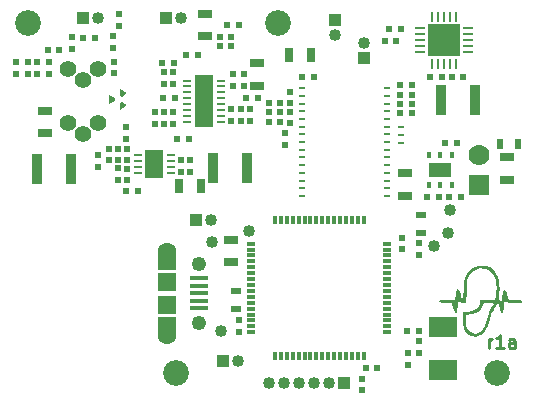
<source format=gts>
G04 (created by PCBNEW (2013-may-18)-stable) date Tue 15 Oct 2013 04:41:00 PM EDT*
%MOIN*%
G04 Gerber Fmt 3.4, Leading zero omitted, Abs format*
%FSLAX34Y34*%
G01*
G70*
G90*
G04 APERTURE LIST*
%ADD10C,0.00590551*%
%ADD11C,0.0108268*%
%ADD12C,0.0001*%
%ADD13R,0.0511811X0.0275591*%
%ADD14R,0.0275591X0.0511811*%
%ADD15R,0.023622X0.0354331*%
%ADD16R,0.0354331X0.023622*%
%ADD17R,0.019685X0.023622*%
%ADD18R,0.023622X0.019685*%
%ADD19R,0.019685X0.00984252*%
%ADD20C,0.0492*%
%ADD21R,0.063X0.0591*%
%ADD22R,0.0591X0.0157*%
%ADD23C,0.063*%
%ADD24C,0.07*%
%ADD25R,0.07X0.07*%
%ADD26C,0.04*%
%ADD27R,0.04X0.04*%
%ADD28R,0.0255906X0.00984252*%
%ADD29R,0.0649606X0.173228*%
%ADD30R,0.0275591X0.00984252*%
%ADD31R,0.0629921X0.0925197*%
%ADD32R,0.024X0.009*%
%ADD33R,0.0354331X0.102362*%
%ADD34C,0.055*%
%ADD35R,0.0334646X0.0110236*%
%ADD36R,0.0110236X0.0334646*%
%ADD37R,0.106299X0.106299*%
%ADD38R,0.011811X0.0314961*%
%ADD39R,0.0314961X0.011811*%
%ADD40R,0.0137795X0.019685*%
%ADD41R,0.0755905X0.0472441*%
%ADD42R,0.0944882X0.0669291*%
%ADD43C,0.086*%
G04 APERTURE END LIST*
G54D10*
G54D11*
X63960Y-45921D02*
X63960Y-45632D01*
X63960Y-45715D02*
X63981Y-45673D01*
X64002Y-45653D01*
X64043Y-45632D01*
X64084Y-45632D01*
X64455Y-45921D02*
X64208Y-45921D01*
X64332Y-45921D02*
X64332Y-45488D01*
X64290Y-45550D01*
X64249Y-45591D01*
X64208Y-45611D01*
X64827Y-45921D02*
X64827Y-45694D01*
X64806Y-45653D01*
X64765Y-45632D01*
X64682Y-45632D01*
X64641Y-45653D01*
X64827Y-45900D02*
X64785Y-45921D01*
X64682Y-45921D01*
X64641Y-45900D01*
X64620Y-45859D01*
X64620Y-45818D01*
X64641Y-45776D01*
X64682Y-45756D01*
X64785Y-45756D01*
X64827Y-45735D01*
G54D12*
G36*
X65082Y-44376D02*
X65074Y-44401D01*
X65040Y-44416D01*
X64969Y-44421D01*
X64848Y-44420D01*
X64782Y-44417D01*
X64482Y-44406D01*
X64482Y-44506D01*
X64471Y-44635D01*
X64444Y-44719D01*
X64409Y-44755D01*
X64373Y-44737D01*
X64341Y-44660D01*
X64330Y-44605D01*
X64307Y-44492D01*
X64277Y-44444D01*
X64240Y-44459D01*
X64196Y-44530D01*
X64147Y-44618D01*
X64126Y-44649D01*
X64126Y-44453D01*
X64105Y-44429D01*
X64034Y-44423D01*
X63971Y-44423D01*
X63866Y-44425D01*
X63808Y-44438D01*
X63780Y-44471D01*
X63767Y-44514D01*
X63708Y-44640D01*
X63601Y-44730D01*
X63439Y-44789D01*
X63410Y-44796D01*
X63216Y-44836D01*
X63216Y-45060D01*
X63218Y-45182D01*
X63230Y-45259D01*
X63258Y-45312D01*
X63310Y-45363D01*
X63318Y-45370D01*
X63427Y-45438D01*
X63533Y-45449D01*
X63653Y-45402D01*
X63676Y-45388D01*
X63767Y-45308D01*
X63840Y-45186D01*
X63899Y-45012D01*
X63927Y-44890D01*
X63962Y-44765D01*
X64008Y-44652D01*
X64035Y-44606D01*
X64101Y-44508D01*
X64126Y-44453D01*
X64126Y-44649D01*
X64102Y-44685D01*
X64099Y-44689D01*
X64072Y-44745D01*
X64039Y-44846D01*
X64006Y-44971D01*
X64003Y-44986D01*
X63933Y-45212D01*
X63834Y-45379D01*
X63707Y-45487D01*
X63662Y-45509D01*
X63533Y-45549D01*
X63422Y-45543D01*
X63366Y-45524D01*
X63298Y-45483D01*
X63219Y-45417D01*
X63207Y-45405D01*
X63163Y-45357D01*
X63136Y-45307D01*
X63122Y-45239D01*
X63116Y-45136D01*
X63116Y-45018D01*
X63116Y-44723D01*
X63224Y-44722D01*
X63409Y-44702D01*
X63551Y-44644D01*
X63644Y-44553D01*
X63682Y-44433D01*
X63682Y-44415D01*
X63682Y-44323D01*
X63930Y-44323D01*
X64177Y-44323D01*
X64200Y-44216D01*
X64218Y-44086D01*
X64222Y-43931D01*
X64215Y-43778D01*
X64197Y-43651D01*
X64183Y-43606D01*
X64094Y-43453D01*
X63972Y-43346D01*
X63829Y-43287D01*
X63678Y-43276D01*
X63531Y-43315D01*
X63401Y-43406D01*
X63309Y-43532D01*
X63274Y-43611D01*
X63250Y-43701D01*
X63234Y-43819D01*
X63224Y-43981D01*
X63222Y-44048D01*
X63208Y-44423D01*
X63098Y-44423D01*
X63009Y-44408D01*
X62972Y-44364D01*
X62960Y-44350D01*
X62953Y-44395D01*
X62952Y-44406D01*
X62940Y-44555D01*
X62917Y-44671D01*
X62887Y-44741D01*
X62864Y-44756D01*
X62833Y-44726D01*
X62800Y-44651D01*
X62782Y-44589D01*
X62742Y-44423D01*
X62529Y-44423D01*
X62410Y-44419D01*
X62344Y-44408D01*
X62318Y-44385D01*
X62316Y-44370D01*
X62325Y-44344D01*
X62362Y-44329D01*
X62440Y-44325D01*
X62571Y-44328D01*
X62581Y-44328D01*
X62846Y-44339D01*
X62868Y-44164D01*
X62885Y-44062D01*
X62906Y-43991D01*
X62918Y-43971D01*
X62954Y-43982D01*
X62991Y-44047D01*
X63025Y-44158D01*
X63033Y-44198D01*
X63056Y-44290D01*
X63076Y-44318D01*
X63094Y-44281D01*
X63109Y-44182D01*
X63120Y-44022D01*
X63121Y-43995D01*
X63148Y-43727D01*
X63208Y-43515D01*
X63303Y-43359D01*
X63433Y-43254D01*
X63601Y-43199D01*
X63733Y-43189D01*
X63919Y-43211D01*
X64067Y-43280D01*
X64185Y-43404D01*
X64269Y-43556D01*
X64299Y-43664D01*
X64318Y-43813D01*
X64324Y-43976D01*
X64316Y-44128D01*
X64304Y-44206D01*
X64297Y-44286D01*
X64331Y-44336D01*
X64348Y-44348D01*
X64390Y-44369D01*
X64409Y-44354D01*
X64415Y-44292D01*
X64416Y-44242D01*
X64425Y-44101D01*
X64450Y-44015D01*
X64485Y-43987D01*
X64526Y-44019D01*
X64567Y-44113D01*
X64579Y-44156D01*
X64622Y-44323D01*
X64852Y-44323D01*
X64976Y-44325D01*
X65047Y-44335D01*
X65078Y-44356D01*
X65082Y-44376D01*
X65082Y-44376D01*
X65082Y-44376D01*
G37*
G54D13*
X49177Y-38775D03*
X49177Y-38027D03*
X55370Y-42315D03*
X55370Y-43064D03*
G54D14*
X57295Y-36150D03*
X58044Y-36150D03*
G54D13*
X64560Y-39575D03*
X64560Y-40324D03*
G54D14*
X53635Y-40540D03*
X54384Y-40540D03*
G54D13*
X56240Y-37184D03*
X56240Y-36435D03*
X54495Y-35539D03*
X54495Y-34790D03*
X61155Y-40854D03*
X61155Y-40105D03*
G54D15*
X64344Y-39130D03*
X64935Y-39130D03*
G54D16*
X61690Y-41494D03*
X61690Y-42085D03*
X55520Y-44034D03*
X55520Y-44625D03*
G54D17*
X63117Y-36887D03*
X62724Y-36887D03*
X61398Y-37169D03*
X61004Y-37169D03*
X62008Y-36890D03*
X62401Y-36890D03*
G54D18*
X61254Y-46109D03*
X61254Y-46502D03*
G54D17*
X61398Y-37484D03*
X61004Y-37484D03*
X61398Y-38114D03*
X61004Y-38114D03*
X61398Y-37799D03*
X61004Y-37799D03*
X57743Y-36900D03*
X58136Y-36900D03*
X60886Y-35690D03*
X60493Y-35690D03*
G54D18*
X57165Y-39161D03*
X57165Y-38768D03*
X59740Y-46953D03*
X59740Y-47346D03*
G54D17*
X62643Y-40890D03*
X63036Y-40890D03*
X54256Y-36150D03*
X53863Y-36150D03*
G54D18*
X51455Y-36383D03*
X51455Y-36776D03*
G54D17*
X61903Y-40890D03*
X62296Y-40890D03*
X62891Y-39110D03*
X62498Y-39110D03*
X61636Y-45365D03*
X61243Y-45365D03*
X61031Y-35285D03*
X60638Y-35285D03*
G54D18*
X61638Y-46106D03*
X61638Y-45713D03*
X51422Y-35921D03*
X51422Y-35527D03*
X61070Y-42253D03*
X61070Y-42646D03*
X55640Y-45013D03*
X55640Y-45406D03*
G54D17*
X59853Y-46605D03*
X60246Y-46605D03*
X48193Y-36787D03*
X48587Y-36787D03*
X57016Y-38070D03*
X56623Y-38070D03*
X57016Y-38385D03*
X56623Y-38385D03*
G54D18*
X55380Y-38366D03*
X55380Y-37973D03*
G54D17*
X53103Y-37600D03*
X53496Y-37600D03*
G54D18*
X53120Y-38063D03*
X53120Y-38456D03*
X53420Y-38063D03*
X53420Y-38456D03*
X52820Y-38456D03*
X52820Y-38063D03*
X53130Y-37116D03*
X53130Y-36723D03*
X53435Y-37116D03*
X53435Y-36723D03*
G54D17*
X53476Y-36440D03*
X53083Y-36440D03*
G54D18*
X55690Y-37973D03*
X55690Y-38366D03*
G54D17*
X48193Y-36393D03*
X48587Y-36393D03*
X49296Y-36393D03*
X48902Y-36393D03*
X49650Y-36000D03*
X49256Y-36000D03*
G54D18*
X50938Y-39491D03*
X50938Y-39884D03*
X55990Y-38366D03*
X55990Y-37973D03*
X51910Y-39948D03*
X51910Y-40341D03*
X51596Y-40340D03*
X51596Y-39947D03*
X51910Y-39283D03*
X51910Y-39676D03*
X51605Y-39283D03*
X51605Y-39676D03*
X51300Y-39676D03*
X51300Y-39283D03*
X51620Y-35186D03*
X51620Y-34793D03*
G54D17*
X55636Y-35160D03*
X55243Y-35160D03*
X54988Y-35565D03*
X55381Y-35565D03*
X57016Y-37755D03*
X56623Y-37755D03*
G54D18*
X57350Y-38441D03*
X57350Y-38048D03*
X57350Y-37781D03*
X57350Y-37388D03*
G54D17*
X56256Y-37610D03*
X55863Y-37610D03*
G54D18*
X55790Y-36793D03*
X55790Y-37186D03*
X55420Y-37186D03*
X55420Y-36793D03*
G54D17*
X55381Y-35870D03*
X54988Y-35870D03*
X52276Y-40695D03*
X51883Y-40695D03*
X48902Y-36787D03*
X49296Y-36787D03*
G54D18*
X50083Y-35960D03*
X50083Y-35566D03*
G54D17*
X53583Y-38952D03*
X53976Y-38952D03*
G54D18*
X51885Y-38966D03*
X51885Y-38573D03*
X53690Y-39679D03*
X53690Y-40072D03*
X53996Y-40072D03*
X53996Y-39679D03*
G54D17*
X50831Y-35606D03*
X50437Y-35606D03*
G54D18*
X61650Y-42826D03*
X61650Y-42433D03*
G54D19*
X57747Y-37278D03*
X57747Y-37534D03*
X57747Y-38046D03*
X57747Y-37790D03*
X57747Y-38814D03*
X57747Y-39070D03*
X57747Y-38558D03*
X57747Y-38302D03*
X57747Y-40349D03*
X57747Y-40605D03*
X57747Y-40861D03*
X57747Y-39837D03*
X57747Y-40093D03*
X57747Y-39581D03*
X57747Y-39325D03*
X60582Y-39325D03*
X60582Y-39581D03*
X60582Y-40093D03*
X60582Y-39837D03*
X60582Y-40861D03*
X60582Y-40605D03*
X60582Y-40349D03*
X60582Y-38302D03*
X60582Y-38558D03*
X60582Y-39070D03*
X60582Y-38814D03*
X60582Y-37790D03*
X60582Y-38046D03*
X60582Y-37534D03*
X60582Y-37278D03*
G54D20*
X54303Y-45094D03*
G54D21*
X53240Y-45192D03*
X53240Y-43027D03*
X53240Y-44503D03*
G54D22*
X54319Y-43610D03*
X54319Y-43860D03*
X54319Y-44110D03*
X54319Y-44360D03*
X54319Y-44610D03*
G54D23*
X53240Y-45488D03*
X53240Y-42732D03*
G54D21*
X53240Y-43716D03*
G54D20*
X54303Y-43126D03*
G54D24*
X63652Y-39483D03*
G54D25*
X63652Y-40483D03*
G54D26*
X50940Y-34940D03*
G54D27*
X50440Y-34940D03*
G54D26*
X53719Y-34937D03*
G54D27*
X53219Y-34937D03*
G54D26*
X59816Y-35764D03*
G54D27*
X59816Y-36264D03*
G54D26*
X58820Y-35510D03*
G54D27*
X58820Y-35010D03*
G54D26*
X54700Y-41680D03*
G54D27*
X54200Y-41680D03*
G54D26*
X56625Y-47110D03*
X57125Y-47110D03*
X58125Y-47110D03*
X57625Y-47110D03*
X58625Y-47110D03*
G54D27*
X59125Y-47110D03*
G54D28*
X55029Y-38393D03*
X53887Y-38393D03*
X53887Y-38000D03*
X53887Y-38197D03*
X55029Y-37606D03*
X55029Y-37803D03*
X55029Y-38000D03*
X55029Y-38197D03*
X53887Y-37803D03*
X53887Y-37606D03*
X53887Y-37212D03*
X53887Y-37409D03*
X53887Y-37015D03*
X55029Y-37409D03*
X55029Y-37212D03*
X55029Y-37015D03*
G54D29*
X54458Y-37704D03*
G54D30*
X52258Y-39494D03*
X52258Y-39691D03*
X52258Y-40085D03*
X52258Y-39888D03*
X53361Y-39888D03*
X53361Y-40085D03*
X53361Y-39691D03*
G54D31*
X52810Y-39790D03*
G54D30*
X53361Y-39494D03*
G54D32*
X61025Y-39085D03*
X61025Y-38574D03*
X61025Y-38830D03*
G54D10*
G36*
X51661Y-37988D02*
X51653Y-37773D01*
X51730Y-37728D01*
X51912Y-37843D01*
X51661Y-37988D01*
X51661Y-37988D01*
G37*
G36*
X51912Y-37443D02*
X51730Y-37558D01*
X51653Y-37513D01*
X51661Y-37298D01*
X51912Y-37443D01*
X51912Y-37443D01*
G37*
G36*
X51314Y-37498D02*
X51504Y-37598D01*
X51504Y-37688D01*
X51314Y-37788D01*
X51314Y-37498D01*
X51314Y-37498D01*
G37*
G54D33*
X62364Y-37655D03*
X63505Y-37655D03*
X55910Y-39940D03*
X54769Y-39940D03*
X48889Y-39970D03*
X50030Y-39970D03*
G54D34*
X50437Y-37003D03*
X49937Y-36629D03*
X50937Y-36629D03*
X50437Y-38814D03*
X49937Y-38440D03*
X50937Y-38440D03*
G54D26*
X55960Y-42040D03*
X62138Y-42538D03*
X55020Y-45350D03*
X54740Y-42400D03*
X62614Y-42094D03*
X62670Y-41328D03*
G54D35*
X61679Y-36065D03*
X61679Y-35868D03*
X61679Y-35475D03*
X61679Y-35672D03*
X61679Y-35278D03*
G54D36*
X62072Y-36459D03*
X62466Y-36459D03*
X62269Y-36459D03*
X62663Y-36459D03*
X62860Y-36459D03*
X62860Y-34884D03*
X62663Y-34884D03*
X62269Y-34884D03*
X62466Y-34884D03*
X62072Y-34884D03*
G54D35*
X63253Y-35278D03*
X63253Y-35672D03*
X63253Y-35475D03*
X63253Y-35868D03*
X63253Y-36065D03*
G54D37*
X62466Y-35672D03*
G54D38*
X58413Y-46193D03*
X58610Y-46193D03*
X59003Y-46193D03*
X58807Y-46193D03*
X59594Y-46193D03*
X59791Y-46193D03*
X59397Y-46193D03*
X59200Y-46193D03*
X57626Y-46193D03*
X57822Y-46193D03*
X58216Y-46193D03*
X58019Y-46193D03*
X57232Y-46193D03*
X57429Y-46193D03*
X57035Y-46193D03*
X56838Y-46193D03*
X56838Y-41666D03*
X57035Y-41666D03*
X57429Y-41666D03*
X57232Y-41666D03*
X58019Y-41666D03*
X58216Y-41666D03*
X57822Y-41666D03*
X57626Y-41666D03*
X59200Y-41666D03*
X59397Y-41666D03*
X59791Y-41666D03*
X59594Y-41666D03*
X58807Y-41666D03*
X59003Y-41666D03*
X58610Y-41666D03*
X58413Y-41666D03*
G54D39*
X60578Y-42453D03*
X60578Y-42650D03*
X60578Y-43044D03*
X60578Y-42847D03*
X60578Y-43634D03*
X60578Y-43831D03*
X60578Y-43437D03*
X60578Y-43241D03*
X60578Y-44815D03*
X60578Y-45012D03*
X60578Y-45406D03*
X60578Y-45209D03*
X60578Y-44422D03*
X60578Y-44618D03*
X60578Y-44225D03*
X60578Y-44028D03*
X56051Y-44028D03*
X56051Y-44225D03*
X56051Y-44618D03*
X56051Y-44422D03*
X56051Y-45209D03*
X56051Y-45406D03*
X56051Y-45012D03*
X56051Y-44815D03*
X56051Y-43241D03*
X56051Y-43437D03*
X56051Y-43831D03*
X56051Y-43634D03*
X56051Y-42847D03*
X56051Y-43044D03*
X56051Y-42650D03*
X56051Y-42453D03*
G54D40*
X62724Y-39488D03*
X62350Y-39488D03*
X61975Y-39488D03*
G54D41*
X62350Y-40000D03*
G54D40*
X61975Y-40511D03*
X62350Y-40511D03*
X62724Y-40511D03*
G54D26*
X55615Y-46375D03*
G54D27*
X55115Y-46375D03*
G54D42*
X62420Y-46678D03*
X62420Y-45221D03*
G54D43*
X64220Y-46768D03*
X56948Y-35096D03*
X48614Y-35096D03*
X53550Y-46768D03*
M02*

</source>
